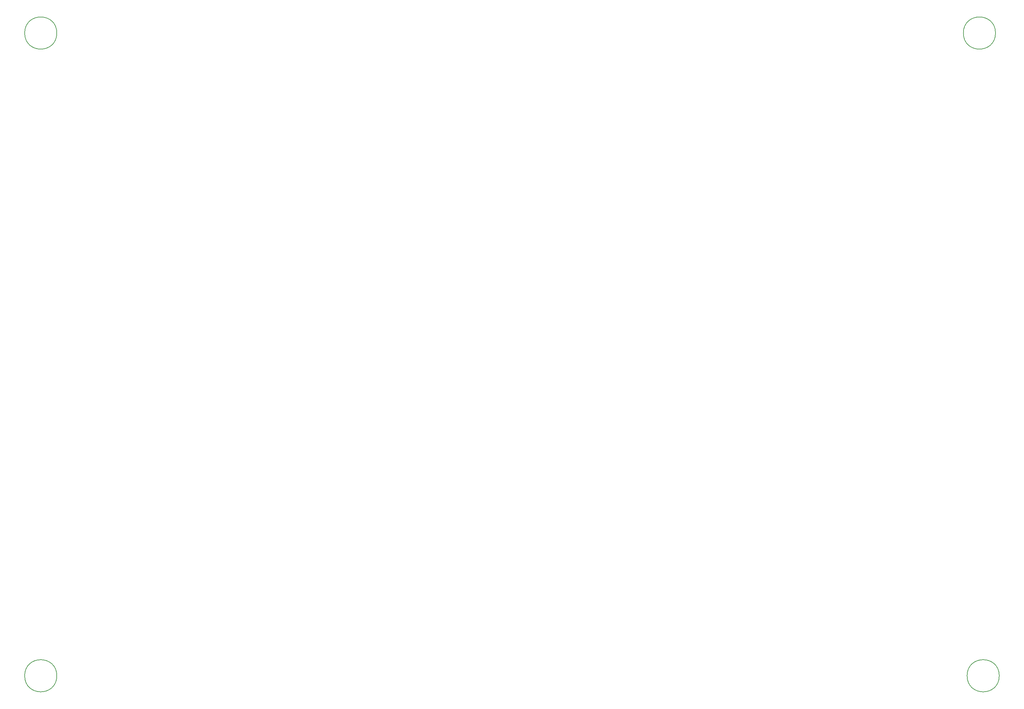
<source format=gbr>
G04 #@! TF.GenerationSoftware,KiCad,Pcbnew,(5.1.5)-3*
G04 #@! TF.CreationDate,2020-04-14T19:59:01+09:00*
G04 #@! TF.ProjectId,APA102_MENZUKE5_base,41504131-3032-45f4-9d45-4e5a554b4535,rev?*
G04 #@! TF.SameCoordinates,Original*
G04 #@! TF.FileFunction,Other,Comment*
%FSLAX46Y46*%
G04 Gerber Fmt 4.6, Leading zero omitted, Abs format (unit mm)*
G04 Created by KiCad (PCBNEW (5.1.5)-3) date 2020-04-14 19:59:01*
%MOMM*%
%LPD*%
G04 APERTURE LIST*
%ADD10C,0.150000*%
G04 APERTURE END LIST*
D10*
X84300000Y-205000000D02*
G75*
G03X84300000Y-205000000I-4300000J0D01*
G01*
X84300000Y-33000000D02*
G75*
G03X84300000Y-33000000I-4300000J0D01*
G01*
X335300000Y-33000000D02*
G75*
G03X335300000Y-33000000I-4300000J0D01*
G01*
X336300000Y-205000000D02*
G75*
G03X336300000Y-205000000I-4300000J0D01*
G01*
M02*

</source>
